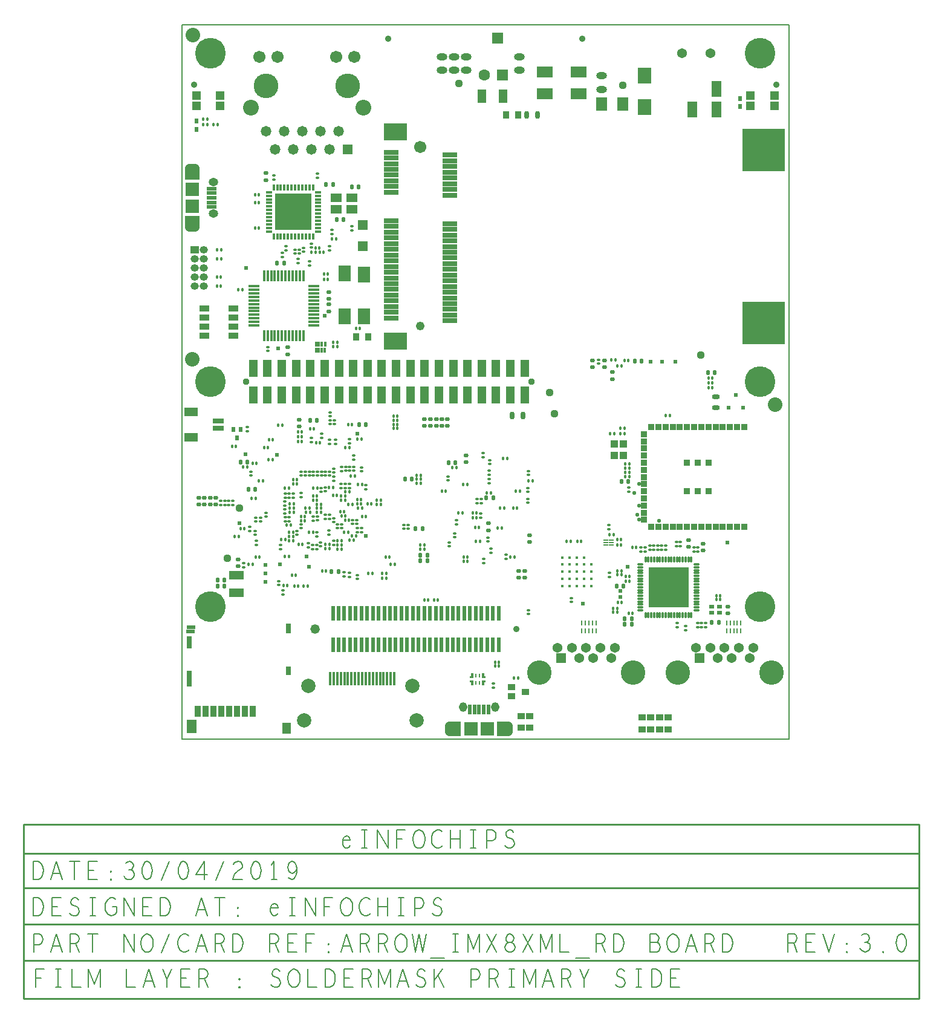
<source format=gbr>
G04 ================== begin FILE IDENTIFICATION RECORD ==================*
G04 Layout Name:  D:/ml/database/eI_Arrow_IMX8XML_RD_LAYOUT1.brd*
G04 Film Name:    smt.gbr*
G04 File Format:  Gerber RS274X*
G04 File Origin:  Cadence Allegro 17.2-S053*
G04 Origin Date:  Tue Jul 23 18:18:46 2019*
G04 *
G04 Layer:  VIA CLASS/SOLDERMASK_TOP*
G04 Layer:  DRAWING FORMAT/SMT*
G04 Layer:  DRAWING FORMAT/FILM_LABEL_OUTLINE*
G04 Layer:  PIN/SOLDERMASK_TOP*
G04 Layer:  PACKAGE GEOMETRY/SOLDERMASK_TOP*
G04 Layer:  BOARD GEOMETRY/SOLDERMASK_TOP*
G04 Layer:  BOARD GEOMETRY/OUTLINE*
G04 *
G04 Offset:    (0.00 0.00)*
G04 Mirror:    No*
G04 Mode:      Positive*
G04 Rotation:  0*
G04 FullContactRelief:  No*
G04 UndefLineWidth:     5.00*
G04 ================== end FILE IDENTIFICATION RECORD ====================*
%FSLAX25Y25*MOIN*%
%IR0*IPPOS*OFA0.00000B0.00000*MIA0B0*SFA1.00000B1.00000*%
%AMMACRO49*
4,1,6,-.01,-.014,
-.01,.014,
.01,.014,
.01,.002,
.002,.002,
.002,-.014,
-.01,-.014,
0.0*
%
%ADD49MACRO49*%
%ADD104C,.021*%
%ADD25R,.13X.095*%
%ADD23C,.024*%
%ADD93C,.052*%
%ADD99C,.08*%
%ADD97C,.017*%
%ADD29C,.044*%
%ADD17C,.035*%
%ADD94C,.036*%
%ADD22C,.063*%
%ADD20C,.054*%
%AMMACRO84*
4,1,23,-.0438,0.0,
-.0438,-.0138,
-.043395,-.01842,
-.042194,-.022899,
-.040233,-.027102,
-.037572,-.0309,
-.034292,-.034179,
-.030493,-.036838,
-.026289,-.038797,
-.021809,-.039997,
-.0172,-.0404,
.0438,-.0404,
.0438,.0404,
-.0172,.0404,
-.02182,.039995,
-.026299,.038794,
-.030502,.036833,
-.0343,.034172,
-.037579,.030892,
-.040238,.027093,
-.042197,.022889,
-.043397,.018409,
-.0438,.0138,
-.0438,0.0,
0.0*
%
%ADD84MACRO84*%
%ADD55C,.037*%
%AMMACRO89*
4,1,23,0.0,.0438,
-.0138,.0438,
-.01842,.043395,
-.022899,.042194,
-.027102,.040233,
-.0309,.037572,
-.034179,.034292,
-.036838,.030493,
-.038797,.026289,
-.039997,.021809,
-.0404,.0172,
-.0404,-.0438,
.0404,-.0438,
.0404,.0172,
.039995,.02182,
.038794,.026299,
.036833,.030502,
.034172,.0343,
.030892,.037579,
.027093,.040238,
.022889,.042197,
.018409,.043397,
.0138,.0438,
0.0,.0438,
0.0*
%
%ADD89MACRO89*%
%ADD27C,.048*%
%ADD52R,.033X.033*%
%ADD40C,.058*%
%ADD26C,.067*%
%ADD38C,.087*%
%ADD36R,.054X.054*%
%ADD21R,.063X.063*%
%ADD41R,.058X.058*%
%ADD101C,.0788*%
%AMMACRO50*
4,1,6,-.01,-.014,
-.01,.014,
.002,.014,
.002,-.002,
.01,-.002,
.01,-.014,
-.01,-.014,
0.0*
%
%ADD50MACRO50*%
%ADD35O,.011X.035*%
%ADD30R,.011X.031*%
%ADD65R,.013X.03*%
%ADD48R,.011X.023*%
%ADD34O,.035X.011*%
%ADD67R,.024X.03*%
%ADD75O,.027X.023*%
%ADD16O,.045X.041*%
%ADD74O,.023X.027*%
%ADD66R,.017X.03*%
%ADD53R,.04X.044*%
%ADD11R,.033X.015*%
%ADD98R,.029X.01*%
%ADD79O,.043X.027*%
%ADD71R,.042X.034*%
%ADD12R,.015X.033*%
%ADD80O,.018X.017*%
%ADD78O,.027X.043*%
%ADD70R,.034X.042*%
%ADD56R,.03X.055*%
%ADD15R,.045X.041*%
%ADD81O,.017X.018*%
%ADD92R,.023X.082*%
%ADD60R,.047X.022*%
%ADD43R,.054X.034*%
%ADD32R,.024X.028*%
%ADD96R,.054X.052*%
%ADD31R,.039X.032*%
%ADD14R,.016X.064*%
%ADD103R,.075X.051*%
%ADD95R,.06X.074*%
%ADD59R,.049X.022*%
%ADD37C,.135*%
%ADD18R,.09X.062*%
%ADD13R,.064X.016*%
%ADD102R,.063X.028*%
%AMMACRO90*
4,1,23,0.0,-.0438,
.0138,-.0438,
.01842,-.043395,
.022899,-.042194,
.027102,-.040233,
.0309,-.037572,
.034179,-.034292,
.036838,-.030493,
.038797,-.026289,
.039997,-.021809,
.0404,-.0172,
.0404,.0438,
-.0404,.0438,
-.0404,-.0172,
-.039995,-.02182,
-.038794,-.026299,
-.036833,-.030502,
-.034172,-.0343,
-.030892,-.037579,
-.027093,-.040238,
-.022889,-.042197,
-.018409,-.043397,
-.0138,-.0438,
0.0,-.0438,
0.0*
%
%ADD90MACRO90*%
%AMMACRO85*
4,1,23,.0438,0.0,
.0438,.0138,
.043395,.01842,
.042194,.022899,
.040233,.027102,
.037572,.0309,
.034292,.034179,
.030493,.036838,
.026289,.038797,
.021809,.039997,
.0172,.0404,
-.0438,.0404,
-.0438,-.0404,
.0172,-.0404,
.02182,-.039995,
.026299,-.038794,
.030502,-.036833,
.0343,-.034172,
.037579,-.030892,
.040238,-.027093,
.042197,-.022889,
.043397,-.018409,
.0438,-.0138,
.0438,0.0,
0.0*
%
%ADD85MACRO85*%
%ADD77R,.051X.075*%
%ADD76R,.038X.043*%
%ADD39C,.136*%
%ADD28R,.082X.027*%
%ADD62R,.03X.088*%
%ADD10R,.202X.202*%
%ADD88O,.05221X.04631*%
%ADD83O,.04631X.05221*%
%ADD73O,.059X.038*%
%ADD72R,.073X.085*%
%ADD69R,.071X.087*%
%ADD54R,.047X.092*%
%ADD42R,.049X.045*%
%ADD33R,.223X.223*%
%ADD24R,.232X.232*%
%ADD64R,.036X.059*%
%ADD68C,.169*%
%ADD63R,.057X.075*%
%ADD19R,.056X.087*%
%ADD46R,.079X.047*%
%ADD45R,.059X.049*%
%ADD61R,.03X.06699*%
%ADD100R,.01481X.0778*%
%ADD87R,.05615X.01875*%
%ADD82R,.01875X.05615*%
%ADD57R,.02762X.04928*%
%ADD58R,.04967X.06306*%
%ADD44R,.02859X.02465*%
%ADD91R,.0778X.07387*%
%ADD86R,.07387X.0778*%
%AMMACRO51*
4,1,6,-.01,-.014,
-.01,-.002,
-.002,-.002,
-.002,.014,
.01,.014,
.01,-.014,
-.01,-.014,
0.0*
%
%ADD51MACRO51*%
%AMMACRO47*
4,1,6,-.002,-.014,
-.002,.002,
-.01,.002,
-.01,.014,
.01,.014,
.01,-.014,
-.002,-.014,
0.0*
%
%ADD47MACRO47*%
%ADD105C,.01*%
%ADD106C,.005*%
G75*
%LPD*%
G75*
G54D100*
X85711Y-26352D03*
X67994D03*
X66026D03*
X64057D03*
X62089D03*
X60120D03*
X58152D03*
X56183D03*
X54215D03*
X52246D03*
X50278D03*
X83742D03*
X81774D03*
X79805D03*
X77837D03*
X75868D03*
X73900D03*
X71931D03*
X69963D03*
G54D101*
X95553Y-30289D03*
X38467D03*
X36104Y-49580D03*
X97916D03*
G54D102*
X-11267Y115516D03*
Y111516D03*
G54D10*
X30017Y230816D03*
G54D103*
X-26352Y120602D03*
Y106430D03*
G54D11*
X43558Y241643D03*
Y239674D03*
Y237706D03*
Y235737D03*
Y233769D03*
Y231800D03*
Y229832D03*
Y227863D03*
Y225895D03*
Y223926D03*
Y221958D03*
Y219989D03*
X16476D03*
Y221958D03*
Y223926D03*
Y225895D03*
Y227863D03*
Y229832D03*
Y231800D03*
Y233769D03*
Y235737D03*
Y237706D03*
Y239674D03*
Y241643D03*
G54D20*
X259893Y318251D03*
X244144D03*
X187484Y-15213D03*
X195358D03*
X205201D03*
X207169Y-9307D03*
X199295D03*
X191421D03*
X183547D03*
X175673D03*
X263830Y-15213D03*
X271704D03*
X281547D03*
X283515Y-9307D03*
X275641D03*
X267767D03*
X259893D03*
X252019D03*
G54D104*
X218100Y76000D03*
X219800Y63800D03*
X220600Y80756D03*
Y68945D03*
X231600Y60400D03*
X220500Y61100D03*
G54D105*
G01X-118821Y-106640D02*
Y-202840D01*
G01D02*
X356679D01*
G01X-118821Y-181840D02*
X374979D01*
G01X-118821Y-161840D02*
X374979D01*
G01X-118821Y-141840D02*
X374979D01*
G01X355879Y-202840D02*
X374979D01*
Y-106640D01*
X355579D01*
G01X-118821Y-122640D02*
X374979D01*
G01X-118821Y-106640D02*
X356679D01*
G54D12*
X40844Y217275D03*
X38875D03*
X36907D03*
X34938D03*
X32970D03*
X31001D03*
X29033D03*
X27064D03*
X25096D03*
X23127D03*
X21159D03*
X19190D03*
Y244357D03*
X21159D03*
X23127D03*
X25096D03*
X27064D03*
X29033D03*
X31001D03*
X32970D03*
X34938D03*
X36907D03*
X38875D03*
X40844D03*
G54D30*
X268880Y4183D03*
X270849D03*
X272817D03*
X274785D03*
X276754D03*
Y49D03*
X274785D03*
X272817D03*
X270849D03*
X268880D03*
X189080Y4183D03*
X191049D03*
X193017D03*
X194985D03*
X196954D03*
Y49D03*
X194985D03*
X193017D03*
X191049D03*
X189080D03*
G54D21*
X145316Y306383D03*
X142800Y326600D03*
G54D106*
G01X302700Y-177034D02*
Y-167034D01*
X305825D01*
X306825Y-167534D01*
X307450Y-168201D01*
X307700Y-169534D01*
X307450Y-170867D01*
X306700Y-171701D01*
X305825Y-172201D01*
X302700D01*
G01X305825D02*
X307700Y-177034D01*
G01X317700D02*
X312700D01*
Y-167034D01*
X317700D01*
G01X315700Y-171867D02*
X312700D01*
G01X322075Y-167034D02*
X325200Y-177034D01*
X328325Y-167034D01*
G01X335200Y-177367D02*
X334950Y-177201D01*
Y-176867D01*
X335200Y-176701D01*
X335450Y-176867D01*
Y-177201D01*
X335200Y-177367D01*
G01Y-172868D02*
X334950Y-172701D01*
Y-172367D01*
X335200Y-172201D01*
X335450Y-172367D01*
Y-172701D01*
X335200Y-172868D01*
G01X342450Y-175034D02*
X343200Y-176201D01*
X344200Y-176867D01*
X345325Y-177034D01*
X346325Y-176867D01*
X347325Y-176034D01*
X347950Y-175034D01*
X348075Y-174034D01*
X347825Y-172868D01*
X346950Y-172034D01*
X346075Y-171701D01*
X344950D01*
G01X346075D02*
X346825Y-171201D01*
X347450Y-170368D01*
X347700Y-169367D01*
X347450Y-168367D01*
X346825Y-167534D01*
X345700Y-167034D01*
X344575Y-167201D01*
X343450Y-167867D01*
G01X355200Y-177367D02*
X354950Y-177201D01*
Y-176867D01*
X355200Y-176701D01*
X355450Y-176867D01*
Y-177201D01*
X355200Y-177367D01*
G01X365200Y-167034D02*
X364200Y-167367D01*
X363450Y-168201D01*
X362950Y-169201D01*
X362575Y-170534D01*
X362450Y-172034D01*
X362575Y-173534D01*
X362950Y-174867D01*
X363450Y-175868D01*
X364200Y-176701D01*
X365200Y-177034D01*
X366200Y-176701D01*
X366950Y-175868D01*
X367450Y-174867D01*
X367825Y-173534D01*
X367950Y-172034D01*
X367825Y-170534D01*
X367450Y-169201D01*
X366950Y-168201D01*
X366200Y-167367D01*
X365200Y-167034D01*
G01X-113321Y-137140D02*
Y-127140D01*
X-110821D01*
X-109821Y-127640D01*
X-109071Y-128307D01*
X-108446Y-129307D01*
X-107946Y-130474D01*
X-107821Y-132140D01*
X-107946Y-133807D01*
X-108446Y-134973D01*
X-109071Y-135974D01*
X-109821Y-136640D01*
X-110821Y-137140D01*
X-113321D01*
G01X-103696D02*
X-100571Y-127140D01*
X-97446Y-137140D01*
G01X-98571Y-133640D02*
X-102571D01*
G01X-90571Y-127140D02*
Y-137140D01*
G01X-93446Y-127140D02*
X-87696D01*
G01X-78071Y-137140D02*
X-83071D01*
Y-127140D01*
X-78071D01*
G01X-80071Y-131973D02*
X-83071D01*
G01X-70571Y-137473D02*
X-70821Y-137307D01*
Y-136973D01*
X-70571Y-136807D01*
X-70321Y-136973D01*
Y-137307D01*
X-70571Y-137473D01*
G01Y-132974D02*
X-70821Y-132807D01*
Y-132473D01*
X-70571Y-132307D01*
X-70321Y-132473D01*
Y-132807D01*
X-70571Y-132974D01*
G01X-63321Y-135140D02*
X-62571Y-136307D01*
X-61571Y-136973D01*
X-60446Y-137140D01*
X-59446Y-136973D01*
X-58446Y-136140D01*
X-57821Y-135140D01*
X-57696Y-134140D01*
X-57946Y-132974D01*
X-58821Y-132140D01*
X-59696Y-131807D01*
X-60821D01*
G01X-59696D02*
X-58946Y-131307D01*
X-58321Y-130474D01*
X-58071Y-129473D01*
X-58321Y-128473D01*
X-58946Y-127640D01*
X-60071Y-127140D01*
X-61196Y-127307D01*
X-62321Y-127973D01*
G01X-50571Y-127140D02*
X-51571Y-127473D01*
X-52321Y-128307D01*
X-52821Y-129307D01*
X-53196Y-130640D01*
X-53321Y-132140D01*
X-53196Y-133640D01*
X-52821Y-134973D01*
X-52321Y-135974D01*
X-51571Y-136807D01*
X-50571Y-137140D01*
X-49571Y-136807D01*
X-48821Y-135974D01*
X-48321Y-134973D01*
X-47946Y-133640D01*
X-47821Y-132140D01*
X-47946Y-130640D01*
X-48321Y-129307D01*
X-48821Y-128307D01*
X-49571Y-127473D01*
X-50571Y-127140D01*
G01X-42821Y-137473D02*
X-38321Y-127140D01*
G01X-30571D02*
X-31571Y-127473D01*
X-32321Y-128307D01*
X-32821Y-129307D01*
X-33196Y-130640D01*
X-33321Y-132140D01*
X-33196Y-133640D01*
X-32821Y-134973D01*
X-32321Y-135974D01*
X-31571Y-136807D01*
X-30571Y-137140D01*
X-29571Y-136807D01*
X-28821Y-135974D01*
X-28321Y-134973D01*
X-27946Y-133640D01*
X-27821Y-132140D01*
X-27946Y-130640D01*
X-28321Y-129307D01*
X-28821Y-128307D01*
X-29571Y-127473D01*
X-30571Y-127140D01*
G01X-19071Y-137140D02*
Y-127140D01*
X-23696Y-134307D01*
X-17446D01*
G01X-12821Y-137473D02*
X-8321Y-127140D01*
G01X-2946Y-128807D02*
X-2196Y-127807D01*
X-1321Y-127307D01*
X-321Y-127140D01*
X929Y-127473D01*
X1804Y-128307D01*
X2054Y-129307D01*
X1929Y-130307D01*
X1429Y-131140D01*
X-1071Y-132807D01*
X-2196Y-133973D01*
X-2946Y-135640D01*
X-3196Y-137140D01*
X2054D01*
G01X9429Y-127140D02*
X8429Y-127473D01*
X7679Y-128307D01*
X7179Y-129307D01*
X6804Y-130640D01*
X6679Y-132140D01*
X6804Y-133640D01*
X7179Y-134973D01*
X7679Y-135974D01*
X8429Y-136807D01*
X9429Y-137140D01*
X10429Y-136807D01*
X11179Y-135974D01*
X11679Y-134973D01*
X12054Y-133640D01*
X12179Y-132140D01*
X12054Y-130640D01*
X11679Y-129307D01*
X11179Y-128307D01*
X10429Y-127473D01*
X9429Y-127140D01*
G01X19429Y-137140D02*
Y-127140D01*
X17929Y-129140D01*
G01Y-137140D02*
X20929D01*
G01X27304Y-135974D02*
X28179Y-136807D01*
X29179Y-137140D01*
X30179Y-136807D01*
X31054Y-135807D01*
X31679Y-134307D01*
X31929Y-132807D01*
Y-130973D01*
X31679Y-129473D01*
X31054Y-128140D01*
X30304Y-127473D01*
X29429Y-127140D01*
X28429Y-127473D01*
X27679Y-128140D01*
X27179Y-129140D01*
X26929Y-130474D01*
X27179Y-131640D01*
X27804Y-132807D01*
X28554Y-133474D01*
X29429Y-133640D01*
X30429Y-133307D01*
X31179Y-132473D01*
X31929Y-130973D01*
G01X-113321Y-157140D02*
Y-147140D01*
X-110821D01*
X-109821Y-147640D01*
X-109071Y-148307D01*
X-108446Y-149307D01*
X-107946Y-150474D01*
X-107821Y-152140D01*
X-107946Y-153807D01*
X-108446Y-154973D01*
X-109071Y-155974D01*
X-109821Y-156640D01*
X-110821Y-157140D01*
X-113321D01*
G01X-98071D02*
X-103071D01*
Y-147140D01*
X-98071D01*
G01X-100071Y-151973D02*
X-103071D01*
G01X-93196Y-155807D02*
X-92196Y-156640D01*
X-91071Y-157140D01*
X-90071D01*
X-89071Y-156640D01*
X-88321Y-155807D01*
X-87946Y-154640D01*
X-88196Y-153474D01*
X-88821Y-152473D01*
X-89946Y-151807D01*
X-91446Y-151473D01*
X-92321Y-150807D01*
X-92696Y-149640D01*
X-92446Y-148473D01*
X-91821Y-147640D01*
X-90946Y-147140D01*
X-90071D01*
X-89196Y-147473D01*
X-88446Y-148307D01*
G01X-82071Y-147140D02*
X-79071D01*
G01X-80571D02*
Y-157140D01*
G01X-82071D02*
X-79071D01*
G01X-69821Y-152140D02*
X-67321D01*
Y-155140D01*
X-68071Y-156140D01*
X-68946Y-156807D01*
X-70196Y-157140D01*
X-71446Y-156807D01*
X-72321Y-156140D01*
X-73071Y-155140D01*
X-73571Y-153973D01*
X-73821Y-152640D01*
Y-151473D01*
X-73571Y-150474D01*
X-73071Y-149307D01*
X-72321Y-148307D01*
X-71571Y-147640D01*
X-70571Y-147140D01*
X-69696D01*
X-68696Y-147473D01*
X-67946Y-148140D01*
G01X-63446Y-157140D02*
Y-147140D01*
X-57696Y-157140D01*
Y-147140D01*
G01X-48071Y-157140D02*
X-53071D01*
Y-147140D01*
X-48071D01*
G01X-50071Y-151973D02*
X-53071D01*
G01X-43321Y-157140D02*
Y-147140D01*
X-40821D01*
X-39821Y-147640D01*
X-39071Y-148307D01*
X-38446Y-149307D01*
X-37946Y-150474D01*
X-37821Y-152140D01*
X-37946Y-153807D01*
X-38446Y-154973D01*
X-39071Y-155974D01*
X-39821Y-156640D01*
X-40821Y-157140D01*
X-43321D01*
G01X-23696D02*
X-20571Y-147140D01*
X-17446Y-157140D01*
G01X-18571Y-153640D02*
X-22571D01*
G01X-10571Y-147140D02*
Y-157140D01*
G01X-13446Y-147140D02*
X-7696D01*
G01X-571Y-157473D02*
X-821Y-157307D01*
Y-156973D01*
X-571Y-156807D01*
X-321Y-156973D01*
Y-157307D01*
X-571Y-157473D01*
G01Y-152974D02*
X-821Y-152807D01*
Y-152473D01*
X-571Y-152307D01*
X-321Y-152473D01*
Y-152807D01*
X-571Y-152974D01*
G01X17554Y-152640D02*
X21554D01*
X21179Y-151473D01*
X20554Y-150807D01*
X19679Y-150474D01*
X18804Y-150640D01*
X18054Y-151140D01*
X17554Y-152307D01*
X17304Y-153307D01*
Y-154307D01*
X17554Y-155307D01*
X18179Y-156307D01*
X18929Y-156973D01*
X19804Y-157140D01*
X20679Y-156807D01*
X21554Y-155807D01*
G01X27929Y-147140D02*
X30929D01*
G01X29429D02*
Y-157140D01*
G01X27929D02*
X30929D01*
G01X36554D02*
Y-147140D01*
X42304Y-157140D01*
Y-147140D01*
G01X47054Y-157140D02*
Y-147140D01*
X51804D01*
G01X50054Y-151973D02*
X47054D01*
G01X59429Y-157140D02*
X58429Y-156973D01*
X57554Y-156307D01*
X56804Y-155307D01*
X56304Y-154140D01*
X56054Y-152807D01*
Y-151473D01*
X56304Y-150140D01*
X56804Y-148973D01*
X57554Y-147973D01*
X58429Y-147307D01*
X59429Y-147140D01*
X60429Y-147307D01*
X61304Y-147973D01*
X62054Y-148973D01*
X62554Y-150140D01*
X62804Y-151473D01*
Y-152807D01*
X62554Y-154140D01*
X62054Y-155307D01*
X61304Y-156307D01*
X60429Y-156973D01*
X59429Y-157140D01*
G01X72179Y-147973D02*
X71429Y-147473D01*
X70554Y-147140D01*
X69554D01*
X68429Y-147640D01*
X67554Y-148473D01*
X66929Y-149473D01*
X66429Y-151140D01*
X66304Y-152640D01*
X66554Y-154140D01*
X66929Y-155140D01*
X67679Y-156140D01*
X68554Y-156807D01*
X69429Y-157140D01*
X70304D01*
X71179Y-156807D01*
X71929Y-156307D01*
X72554Y-155640D01*
G01X76804Y-157140D02*
Y-147140D01*
G01X82054D02*
Y-157140D01*
G01Y-152140D02*
X76804D01*
G01X87929Y-147140D02*
X90929D01*
G01X89429D02*
Y-157140D01*
G01X87929D02*
X90929D01*
G01X96929D02*
Y-147140D01*
X99929D01*
X100929Y-147640D01*
X101679Y-148807D01*
X101929Y-150140D01*
X101679Y-151473D01*
X101054Y-152473D01*
X99929Y-152974D01*
X96929D01*
G01X106804Y-155807D02*
X107804Y-156640D01*
X108929Y-157140D01*
X109929D01*
X110929Y-156640D01*
X111679Y-155807D01*
X112054Y-154640D01*
X111804Y-153474D01*
X111179Y-152473D01*
X110054Y-151807D01*
X108554Y-151473D01*
X107679Y-150807D01*
X107304Y-149640D01*
X107554Y-148473D01*
X108179Y-147640D01*
X109054Y-147140D01*
X109929D01*
X110804Y-147473D01*
X111554Y-148307D01*
G01X-113071Y-177140D02*
Y-167140D01*
X-110071D01*
X-109071Y-167640D01*
X-108321Y-168807D01*
X-108071Y-170140D01*
X-108321Y-171473D01*
X-108946Y-172473D01*
X-110071Y-172974D01*
X-113071D01*
G01X-103696Y-177140D02*
X-100571Y-167140D01*
X-97446Y-177140D01*
G01X-98571Y-173640D02*
X-102571D01*
G01X-93071Y-177140D02*
Y-167140D01*
X-89946D01*
X-88946Y-167640D01*
X-88321Y-168307D01*
X-88071Y-169640D01*
X-88321Y-170973D01*
X-89071Y-171807D01*
X-89946Y-172307D01*
X-93071D01*
G01X-89946D02*
X-88071Y-177140D01*
G01X-80571Y-167140D02*
Y-177140D01*
G01X-83446Y-167140D02*
X-77696D01*
G01X-63446Y-177140D02*
Y-167140D01*
X-57696Y-177140D01*
Y-167140D01*
G01X-50571Y-177140D02*
X-51571Y-176973D01*
X-52446Y-176307D01*
X-53196Y-175307D01*
X-53696Y-174140D01*
X-53946Y-172807D01*
Y-171473D01*
X-53696Y-170140D01*
X-53196Y-168973D01*
X-52446Y-167973D01*
X-51571Y-167307D01*
X-50571Y-167140D01*
X-49571Y-167307D01*
X-48696Y-167973D01*
X-47946Y-168973D01*
X-47446Y-170140D01*
X-47196Y-171473D01*
Y-172807D01*
X-47446Y-174140D01*
X-47946Y-175307D01*
X-48696Y-176307D01*
X-49571Y-176973D01*
X-50571Y-177140D01*
G01X-42821Y-177473D02*
X-38321Y-167140D01*
G01X-27821Y-167973D02*
X-28571Y-167473D01*
X-29446Y-167140D01*
X-30446D01*
X-31571Y-167640D01*
X-32446Y-168473D01*
X-33071Y-169473D01*
X-33571Y-171140D01*
X-33696Y-172640D01*
X-33446Y-174140D01*
X-33071Y-175140D01*
X-32321Y-176140D01*
X-31446Y-176807D01*
X-30571Y-177140D01*
X-29696D01*
X-28821Y-176807D01*
X-28071Y-176307D01*
X-27446Y-175640D01*
G01X-23696Y-177140D02*
X-20571Y-167140D01*
X-17446Y-177140D01*
G01X-18571Y-173640D02*
X-22571D01*
G01X-13071Y-177140D02*
Y-167140D01*
X-9946D01*
X-8946Y-167640D01*
X-8321Y-168307D01*
X-8071Y-169640D01*
X-8321Y-170973D01*
X-9071Y-171807D01*
X-9946Y-172307D01*
X-13071D01*
G01X-9946D02*
X-8071Y-177140D01*
G01X-3321D02*
Y-167140D01*
X-821D01*
X179Y-167640D01*
X929Y-168307D01*
X1554Y-169307D01*
X2054Y-170474D01*
X2179Y-172140D01*
X2054Y-173807D01*
X1554Y-174973D01*
X929Y-175974D01*
X179Y-176640D01*
X-821Y-177140D01*
X-3321D01*
G01X16929D02*
Y-167140D01*
X20054D01*
X21054Y-167640D01*
X21679Y-168307D01*
X21929Y-169640D01*
X21679Y-170973D01*
X20929Y-171807D01*
X20054Y-172307D01*
X16929D01*
G01X20054D02*
X21929Y-177140D01*
G01X31929D02*
X26929D01*
Y-167140D01*
X31929D01*
G01X29929Y-171973D02*
X26929D01*
G01X37054Y-177140D02*
Y-167140D01*
X41804D01*
G01X40054Y-171973D02*
X37054D01*
G01X49429Y-177473D02*
X49179Y-177307D01*
Y-176973D01*
X49429Y-176807D01*
X49679Y-176973D01*
Y-177307D01*
X49429Y-177473D01*
G01Y-172974D02*
X49179Y-172807D01*
Y-172473D01*
X49429Y-172307D01*
X49679Y-172473D01*
Y-172807D01*
X49429Y-172974D01*
G01X56304Y-177140D02*
X59429Y-167140D01*
X62554Y-177140D01*
G01X61429Y-173640D02*
X57429D01*
G01X66929Y-177140D02*
Y-167140D01*
X70054D01*
X71054Y-167640D01*
X71679Y-168307D01*
X71929Y-169640D01*
X71679Y-170973D01*
X70929Y-171807D01*
X70054Y-172307D01*
X66929D01*
G01X70054D02*
X71929Y-177140D01*
G01X76929D02*
Y-167140D01*
X80054D01*
X81054Y-167640D01*
X81679Y-168307D01*
X81929Y-169640D01*
X81679Y-170973D01*
X80929Y-171807D01*
X80054Y-172307D01*
X76929D01*
G01X80054D02*
X81929Y-177140D01*
G01X89429D02*
X88429Y-176973D01*
X87554Y-176307D01*
X86804Y-175307D01*
X86304Y-174140D01*
X86054Y-172807D01*
Y-171473D01*
X86304Y-170140D01*
X86804Y-168973D01*
X87554Y-167973D01*
X88429Y-167307D01*
X89429Y-167140D01*
X90429Y-167307D01*
X91304Y-167973D01*
X92054Y-168973D01*
X92554Y-170140D01*
X92804Y-171473D01*
Y-172807D01*
X92554Y-174140D01*
X92054Y-175307D01*
X91304Y-176307D01*
X90429Y-176973D01*
X89429Y-177140D01*
G01X95679Y-167140D02*
X97429Y-177140D01*
X99429Y-167140D01*
X101429Y-177140D01*
X103179Y-167140D01*
G01X105679Y-180473D02*
X113179D01*
G01X117929Y-167140D02*
X120929D01*
G01X119429D02*
Y-177140D01*
G01X117929D02*
X120929D01*
G01X126179D02*
Y-167140D01*
X129429Y-175473D01*
X132679Y-167140D01*
Y-177140D01*
G01X136804D02*
X142054Y-167140D01*
G01X136804D02*
X142054Y-177140D01*
G01X149429D02*
X150304Y-176973D01*
X151304Y-176473D01*
X151929Y-175640D01*
X152179Y-174473D01*
X151929Y-173307D01*
X151179Y-172307D01*
X150054Y-171807D01*
X148804D01*
X148054Y-171473D01*
X147429Y-170640D01*
X147179Y-169473D01*
X147554Y-168307D01*
X148429Y-167473D01*
X149429Y-167140D01*
X150429Y-167473D01*
X151304Y-168307D01*
X151679Y-169473D01*
X151429Y-170640D01*
X150804Y-171473D01*
X150054Y-171807D01*
X148804D01*
X147679Y-172307D01*
X146929Y-173307D01*
X146679Y-174473D01*
X146929Y-175640D01*
X147554Y-176473D01*
X148554Y-176973D01*
X149429Y-177140D01*
G01X156804D02*
X162054Y-167140D01*
G01X156804D02*
X162054Y-177140D01*
G01X166179D02*
Y-167140D01*
X169429Y-175473D01*
X172679Y-167140D01*
Y-177140D01*
G01X176929Y-167140D02*
Y-177140D01*
X181929D01*
G01X185679Y-180473D02*
X193179D01*
G01X196929Y-177140D02*
Y-167140D01*
X200054D01*
X201054Y-167640D01*
X201679Y-168307D01*
X201929Y-169640D01*
X201679Y-170973D01*
X200929Y-171807D01*
X200054Y-172307D01*
X196929D01*
G01X200054D02*
X201929Y-177140D01*
G01X206679D02*
Y-167140D01*
X209179D01*
X210179Y-167640D01*
X210929Y-168307D01*
X211554Y-169307D01*
X212054Y-170474D01*
X212179Y-172140D01*
X212054Y-173807D01*
X211554Y-174973D01*
X210929Y-175974D01*
X210179Y-176640D01*
X209179Y-177140D01*
X206679D01*
G01X230429Y-171807D02*
X230929Y-171307D01*
X231304Y-170474D01*
X231554Y-169307D01*
X231304Y-168307D01*
X230804Y-167640D01*
X229929Y-167140D01*
X226554D01*
Y-177140D01*
X230679D01*
X231554Y-176473D01*
X232054Y-175473D01*
X232304Y-174307D01*
X232054Y-173140D01*
X231304Y-172140D01*
X230429Y-171807D01*
X226554D01*
G01X239429Y-177140D02*
X238429Y-176973D01*
X237554Y-176307D01*
X236804Y-175307D01*
X236304Y-174140D01*
X236054Y-172807D01*
Y-171473D01*
X236304Y-170140D01*
X236804Y-168973D01*
X237554Y-167973D01*
X238429Y-167307D01*
X239429Y-167140D01*
X240429Y-167307D01*
X241304Y-167973D01*
X242054Y-168973D01*
X242554Y-170140D01*
X242804Y-171473D01*
Y-172807D01*
X242554Y-174140D01*
X242054Y-175307D01*
X241304Y-176307D01*
X240429Y-176973D01*
X239429Y-177140D01*
G01X246304D02*
X249429Y-167140D01*
X252554Y-177140D01*
G01X251429Y-173640D02*
X247429D01*
G01X256929Y-177140D02*
Y-167140D01*
X260054D01*
X261054Y-167640D01*
X261679Y-168307D01*
X261929Y-169640D01*
X261679Y-170973D01*
X260929Y-171807D01*
X260054Y-172307D01*
X256929D01*
G01X260054D02*
X261929Y-177140D01*
G01X266679D02*
Y-167140D01*
X269179D01*
X270179Y-167640D01*
X270929Y-168307D01*
X271554Y-169307D01*
X272054Y-170474D01*
X272179Y-172140D01*
X272054Y-173807D01*
X271554Y-174973D01*
X270929Y-175974D01*
X270179Y-176640D01*
X269179Y-177140D01*
X266679D01*
G01X-111992Y-196450D02*
Y-186450D01*
X-107242D01*
G01X-108992Y-191283D02*
X-111992D01*
G01X-101117Y-186450D02*
X-98117D01*
G01X-99617D02*
Y-196450D01*
G01X-101117D02*
X-98117D01*
G01X-92117Y-186450D02*
Y-196450D01*
X-87117D01*
G01X-82867D02*
Y-186450D01*
X-79617Y-194783D01*
X-76367Y-186450D01*
Y-196450D01*
G01X-62117Y-186450D02*
Y-196450D01*
X-57117D01*
G01X-52742D02*
X-49617Y-186450D01*
X-46492Y-196450D01*
G01X-47617Y-192950D02*
X-51617D01*
G01X-39617Y-196450D02*
Y-191950D01*
X-42117Y-186450D01*
G01X-37117D02*
X-39617Y-191950D01*
G01X-27117Y-196450D02*
X-32117D01*
Y-186450D01*
X-27117D01*
G01X-29117Y-191283D02*
X-32117D01*
G01X-22117Y-196450D02*
Y-186450D01*
X-18992D01*
X-17992Y-186950D01*
X-17367Y-187617D01*
X-17117Y-188950D01*
X-17367Y-190283D01*
X-18117Y-191117D01*
X-18992Y-191617D01*
X-22117D01*
G01X-18992D02*
X-17117Y-196450D01*
G01X383Y-196783D02*
X133Y-196617D01*
Y-196283D01*
X383Y-196117D01*
X633Y-196283D01*
Y-196617D01*
X383Y-196783D01*
G01Y-192284D02*
X133Y-192117D01*
Y-191783D01*
X383Y-191617D01*
X633Y-191783D01*
Y-192117D01*
X383Y-192284D01*
G01X17758Y-195117D02*
X18758Y-195950D01*
X19883Y-196450D01*
X20883D01*
X21883Y-195950D01*
X22633Y-195117D01*
X23008Y-193950D01*
X22758Y-192784D01*
X22133Y-191783D01*
X21008Y-191117D01*
X19508Y-190783D01*
X18633Y-190117D01*
X18258Y-188950D01*
X18508Y-187783D01*
X19133Y-186950D01*
X20008Y-186450D01*
X20883D01*
X21758Y-186783D01*
X22508Y-187617D01*
G01X30383Y-196450D02*
X29383Y-196283D01*
X28508Y-195617D01*
X27758Y-194617D01*
X27258Y-193450D01*
X27008Y-192117D01*
Y-190783D01*
X27258Y-189450D01*
X27758Y-188283D01*
X28508Y-187283D01*
X29383Y-186617D01*
X30383Y-186450D01*
X31383Y-186617D01*
X32258Y-187283D01*
X33008Y-188283D01*
X33508Y-189450D01*
X33758Y-190783D01*
Y-192117D01*
X33508Y-193450D01*
X33008Y-194617D01*
X32258Y-195617D01*
X31383Y-196283D01*
X30383Y-196450D01*
G01X37883Y-186450D02*
Y-196450D01*
X42883D01*
G01X47633D02*
Y-186450D01*
X50133D01*
X51133Y-186950D01*
X51883Y-187617D01*
X52508Y-188617D01*
X53008Y-189784D01*
X53133Y-191450D01*
X53008Y-193117D01*
X52508Y-194283D01*
X51883Y-195284D01*
X51133Y-195950D01*
X50133Y-196450D01*
X47633D01*
G01X62883D02*
X57883D01*
Y-186450D01*
X62883D01*
G01X60883Y-191283D02*
X57883D01*
G01X67883Y-196450D02*
Y-186450D01*
X71008D01*
X72008Y-186950D01*
X72633Y-187617D01*
X72883Y-188950D01*
X72633Y-190283D01*
X71883Y-191117D01*
X71008Y-191617D01*
X67883D01*
G01X71008D02*
X72883Y-196450D01*
G01X77133D02*
Y-186450D01*
X80383Y-194783D01*
X83633Y-186450D01*
Y-196450D01*
G01X87258D02*
X90383Y-186450D01*
X93508Y-196450D01*
G01X92383Y-192950D02*
X88383D01*
G01X97758Y-195117D02*
X98758Y-195950D01*
X99883Y-196450D01*
X100883D01*
X101883Y-195950D01*
X102633Y-195117D01*
X103008Y-193950D01*
X102758Y-192784D01*
X102133Y-191783D01*
X101008Y-191117D01*
X99508Y-190783D01*
X98633Y-190117D01*
X98258Y-188950D01*
X98508Y-187783D01*
X99133Y-186950D01*
X100008Y-186450D01*
X100883D01*
X101758Y-186783D01*
X102508Y-187617D01*
G01X107633Y-196450D02*
Y-186450D01*
G01X112383D02*
X107633Y-192617D01*
G01X113133Y-196450D02*
X109758Y-189784D01*
G01X127883Y-196450D02*
Y-186450D01*
X130883D01*
X131883Y-186950D01*
X132633Y-188117D01*
X132883Y-189450D01*
X132633Y-190783D01*
X132008Y-191783D01*
X130883Y-192284D01*
X127883D01*
G01X137883Y-196450D02*
Y-186450D01*
X141008D01*
X142008Y-186950D01*
X142633Y-187617D01*
X142883Y-188950D01*
X142633Y-190283D01*
X141883Y-191117D01*
X141008Y-191617D01*
X137883D01*
G01X141008D02*
X142883Y-196450D01*
G01X148883Y-186450D02*
X151883D01*
G01X150383D02*
Y-196450D01*
G01X148883D02*
X151883D01*
G01X157133D02*
Y-186450D01*
X160383Y-194783D01*
X163633Y-186450D01*
Y-196450D01*
G01X167258D02*
X170383Y-186450D01*
X173508Y-196450D01*
G01X172383Y-192950D02*
X168383D01*
G01X177883Y-196450D02*
Y-186450D01*
X181008D01*
X182008Y-186950D01*
X182633Y-187617D01*
X182883Y-188950D01*
X182633Y-190283D01*
X181883Y-191117D01*
X181008Y-191617D01*
X177883D01*
G01X181008D02*
X182883Y-196450D01*
G01X190383D02*
Y-191950D01*
X187883Y-186450D01*
G01X192883D02*
X190383Y-191950D01*
G01X207758Y-195117D02*
X208758Y-195950D01*
X209883Y-196450D01*
X210883D01*
X211883Y-195950D01*
X212633Y-195117D01*
X213008Y-193950D01*
X212758Y-192784D01*
X212133Y-191783D01*
X211008Y-191117D01*
X209508Y-190783D01*
X208633Y-190117D01*
X208258Y-188950D01*
X208508Y-187783D01*
X209133Y-186950D01*
X210008Y-186450D01*
X210883D01*
X211758Y-186783D01*
X212508Y-187617D01*
G01X218883Y-186450D02*
X221883D01*
G01X220383D02*
Y-196450D01*
G01X218883D02*
X221883D01*
G01X227633D02*
Y-186450D01*
X230133D01*
X231133Y-186950D01*
X231883Y-187617D01*
X232508Y-188617D01*
X233008Y-189784D01*
X233133Y-191450D01*
X233008Y-193117D01*
X232508Y-194283D01*
X231883Y-195284D01*
X231133Y-195950D01*
X230133Y-196450D01*
X227633D01*
G01X242883D02*
X237883D01*
Y-186450D01*
X242883D01*
G01X240883Y-191283D02*
X237883D01*
G01X57425Y-115300D02*
X61425D01*
X61050Y-114133D01*
X60425Y-113467D01*
X59550Y-113134D01*
X58675Y-113300D01*
X57925Y-113800D01*
X57425Y-114967D01*
X57175Y-115967D01*
Y-116967D01*
X57425Y-117967D01*
X58050Y-118967D01*
X58800Y-119633D01*
X59675Y-119800D01*
X60550Y-119467D01*
X61425Y-118467D01*
G01X67800Y-109800D02*
X70800D01*
G01X69300D02*
Y-119800D01*
G01X67800D02*
X70800D01*
G01X76425D02*
Y-109800D01*
X82175Y-119800D01*
Y-109800D01*
G01X86925Y-119800D02*
Y-109800D01*
X91675D01*
G01X89925Y-114633D02*
X86925D01*
G01X99300Y-119800D02*
X98300Y-119633D01*
X97425Y-118967D01*
X96675Y-117967D01*
X96175Y-116800D01*
X95925Y-115467D01*
Y-114133D01*
X96175Y-112800D01*
X96675Y-111633D01*
X97425Y-110633D01*
X98300Y-109967D01*
X99300Y-109800D01*
X100300Y-109967D01*
X101175Y-110633D01*
X101925Y-111633D01*
X102425Y-112800D01*
X102675Y-114133D01*
Y-115467D01*
X102425Y-116800D01*
X101925Y-117967D01*
X101175Y-118967D01*
X100300Y-119633D01*
X99300Y-119800D01*
G01X112050Y-110633D02*
X111300Y-110133D01*
X110425Y-109800D01*
X109425D01*
X108300Y-110300D01*
X107425Y-111133D01*
X106800Y-112133D01*
X106300Y-113800D01*
X106175Y-115300D01*
X106425Y-116800D01*
X106800Y-117800D01*
X107550Y-118800D01*
X108425Y-119467D01*
X109300Y-119800D01*
X110175D01*
X111050Y-119467D01*
X111800Y-118967D01*
X112425Y-118300D01*
G01X116675Y-119800D02*
Y-109800D01*
G01X121925D02*
Y-119800D01*
G01Y-114800D02*
X116675D01*
G01X127800Y-109800D02*
X130800D01*
G01X129300D02*
Y-119800D01*
G01X127800D02*
X130800D01*
G01X136800D02*
Y-109800D01*
X139800D01*
X140800Y-110300D01*
X141550Y-111467D01*
X141800Y-112800D01*
X141550Y-114133D01*
X140925Y-115133D01*
X139800Y-115634D01*
X136800D01*
G01X146675Y-118467D02*
X147675Y-119300D01*
X148800Y-119800D01*
X149800D01*
X150800Y-119300D01*
X151550Y-118467D01*
X151925Y-117300D01*
X151675Y-116134D01*
X151050Y-115133D01*
X149925Y-114467D01*
X148425Y-114133D01*
X147550Y-113467D01*
X147175Y-112300D01*
X147425Y-111133D01*
X148050Y-110300D01*
X148925Y-109800D01*
X149800D01*
X150675Y-110133D01*
X151425Y-110967D01*
G01X-31446Y-59701D02*
Y334000D01*
X303200D01*
Y-59701D01*
X-31446D01*
G54D13*
X41267Y189851D03*
Y187881D03*
Y185911D03*
Y183941D03*
Y181971D03*
Y180001D03*
Y178031D03*
Y176061D03*
Y174091D03*
Y172121D03*
Y170151D03*
Y168181D03*
X8167D03*
Y170151D03*
Y172121D03*
Y174091D03*
Y176061D03*
Y178031D03*
Y180001D03*
Y181971D03*
Y183941D03*
Y185911D03*
Y187881D03*
Y189851D03*
G54D31*
X150360Y-31141D03*
Y-36259D03*
X157840Y-33700D03*
G54D40*
X15099Y275181D03*
X25099D03*
X35099D03*
X45099D03*
X55099D03*
X20099Y265181D03*
X30099D03*
X40099D03*
X50099D03*
G54D22*
X135316Y306383D03*
G54D14*
X35552Y162466D03*
X33582D03*
X31612D03*
X29642D03*
X27672D03*
X25702D03*
X23732D03*
X21762D03*
X19792D03*
X17822D03*
X15852D03*
X13882D03*
Y195566D03*
X15852D03*
X17822D03*
X19792D03*
X21762D03*
X23732D03*
X25702D03*
X27672D03*
X29642D03*
X31612D03*
X33582D03*
X35552D03*
G54D32*
X-23417Y280720D03*
Y276312D03*
X276200Y293304D03*
Y288896D03*
G54D50*
X134931Y-24716D03*
G54D41*
X60099Y265181D03*
G54D23*
X214217Y35216D03*
X65317Y108716D03*
X47217Y173616D03*
X69917Y52216D03*
X21717Y155616D03*
X4017Y200016D03*
X20817Y96816D03*
X189580Y14890D03*
X14500Y31600D03*
Y36336D03*
X38700Y35100D03*
X22800Y36500D03*
X14500Y26800D03*
X37300Y40800D03*
X269900Y122800D03*
X468Y59233D03*
X3600Y97300D03*
X273900Y129800D03*
X277900Y122800D03*
X269368Y48533D03*
X210300Y18600D03*
Y21900D03*
X233400Y148100D03*
X240500D03*
X226900D03*
G54D51*
X128263Y-24716D03*
G54D24*
X289190Y169578D03*
Y264854D03*
G54D33*
X236817Y23916D03*
G54D42*
X-10283Y289166D03*
X-23483D03*
X-10283Y294866D03*
X-23483D03*
X282017D03*
X295217D03*
X282017Y289166D03*
X295217D03*
G54D60*
X-26623Y-614D03*
G54D15*
X-24386Y210033D03*
G54D61*
X-27508Y-6540D03*
G54D43*
X-3012Y162716D03*
Y167716D03*
Y172716D03*
Y177716D03*
X-19154D03*
Y172716D03*
Y167716D03*
Y162716D03*
G54D70*
X71240Y161884D03*
X64794D03*
G54D16*
X-24386Y205033D03*
Y200033D03*
Y195033D03*
Y190033D03*
X-19386Y210033D03*
Y205033D03*
Y200033D03*
Y195033D03*
Y190033D03*
G54D34*
X252265Y36514D03*
Y34940D03*
Y33365D03*
Y31790D03*
Y30215D03*
Y28640D03*
Y27066D03*
Y25491D03*
Y23916D03*
Y22341D03*
Y20766D03*
Y19192D03*
Y17617D03*
Y16042D03*
Y14467D03*
Y12892D03*
Y11318D03*
X221269D03*
Y12892D03*
Y14467D03*
Y16042D03*
Y17617D03*
Y19192D03*
Y20766D03*
Y22341D03*
Y23916D03*
Y25491D03*
Y27066D03*
Y28640D03*
Y30215D03*
Y31790D03*
Y33365D03*
Y34940D03*
Y36514D03*
G54D52*
X258894Y76818D03*
X252989D03*
X247084D03*
Y92618D03*
X252989D03*
X258894D03*
X278564Y57134D03*
X274627D03*
X270690D03*
X266753D03*
X262816D03*
X258879D03*
X254942D03*
X251005D03*
X247068D03*
X243131D03*
X239194D03*
X235257D03*
X231320D03*
X227383D03*
X223446Y61071D03*
Y65008D03*
Y68945D03*
Y72882D03*
Y76819D03*
Y80756D03*
Y84693D03*
Y88630D03*
Y92566D03*
Y96503D03*
Y100440D03*
Y104377D03*
Y108314D03*
X227383Y112251D03*
X231320D03*
X235257D03*
X239194D03*
X243131D03*
X247068D03*
X251005D03*
X254942D03*
X258879D03*
X262816D03*
X266753D03*
X270690D03*
X274627D03*
X278564D03*
G54D25*
X86237Y274893D03*
Y159539D03*
G54D44*
X265095Y10025D03*
X260739D03*
X265095Y13207D03*
X260739Y13206D03*
G54D62*
X-27508Y-26540D03*
G54D80*
X241200Y46598D03*
Y48802D03*
X243400Y46598D03*
Y48802D03*
X36617Y87618D03*
Y85414D03*
X38817Y87618D03*
Y85414D03*
X43217Y251918D03*
Y249714D03*
X19217Y250918D03*
Y248714D03*
X15817Y154114D03*
Y156318D03*
X32617Y204818D03*
Y202614D03*
X137817Y88218D03*
Y86014D03*
X159317Y76414D03*
Y78618D03*
X134817Y39418D03*
Y37214D03*
X159617Y88018D03*
Y85814D03*
X159217Y70414D03*
Y72618D03*
X116017Y46414D03*
Y48618D03*
X138317Y91814D03*
Y94018D03*
X137817Y81314D03*
Y83518D03*
X40617Y45014D03*
Y47218D03*
X42817Y45014D03*
Y47218D03*
X58817Y88114D03*
Y90318D03*
X52217Y87114D03*
Y89318D03*
Y84918D03*
Y82714D03*
X50017Y87618D03*
Y85414D03*
X27717Y75518D03*
Y73314D03*
X32017Y55018D03*
Y52814D03*
X115317Y82814D03*
Y85018D03*
X47617Y76814D03*
Y79018D03*
X50217Y120318D03*
Y118114D03*
X34317Y58618D03*
Y56414D03*
X25417Y64614D03*
Y66818D03*
Y71118D03*
Y68914D03*
X137417Y49114D03*
Y51318D03*
X43117Y51914D03*
Y54118D03*
X27717Y60314D03*
Y62518D03*
X67617Y56518D03*
Y54314D03*
X58717Y78514D03*
Y80718D03*
X34317Y87618D03*
Y85414D03*
X63417Y88114D03*
Y90318D03*
X43317Y85414D03*
Y87618D03*
X41117Y85414D03*
Y87618D03*
X45517Y85414D03*
Y87618D03*
X38417Y45914D03*
Y48118D03*
X25517Y73314D03*
Y75518D03*
X139017Y42914D03*
Y45118D03*
X120117Y58614D03*
Y60818D03*
X65017Y61018D03*
Y58814D03*
X52417Y49418D03*
Y47214D03*
X29917Y73314D03*
Y75518D03*
X47617Y63718D03*
Y61514D03*
X-3283Y71518D03*
Y69314D03*
X-7783Y71518D03*
Y69314D03*
X-5583Y71518D03*
Y69314D03*
X56517Y87914D03*
Y90118D03*
X61117Y88114D03*
Y90318D03*
X47717Y87618D03*
Y85414D03*
X2583Y37086D03*
Y34882D03*
X61117Y78514D03*
Y80718D03*
X41117Y62918D03*
Y60714D03*
X56517Y56414D03*
Y58618D03*
X49917Y63718D03*
Y61514D03*
X45417Y76414D03*
Y78618D03*
X34217Y73514D03*
Y75718D03*
X43317Y63018D03*
Y60814D03*
X54317Y56414D03*
Y58618D03*
X52217Y62018D03*
Y59814D03*
X49617Y55118D03*
Y52914D03*
X62717Y61018D03*
Y58814D03*
X-9983Y71518D03*
Y69314D03*
X134717Y97718D03*
Y95514D03*
X147417Y41818D03*
Y39614D03*
X69917Y80218D03*
Y78014D03*
X233117Y46818D03*
Y44614D03*
X93417Y58318D03*
Y56114D03*
X91117Y58318D03*
Y56114D03*
X65417Y54314D03*
Y56518D03*
X252917Y1914D03*
Y4118D03*
X253117Y45818D03*
Y43614D03*
X235317Y46818D03*
Y44614D03*
X228717Y46818D03*
Y44614D03*
X230917Y46818D03*
Y44614D03*
X226517Y46818D03*
Y44614D03*
X255117Y1914D03*
Y4118D03*
X241517Y1914D03*
Y4118D03*
X246217Y214D03*
Y2418D03*
X56417Y78614D03*
Y80818D03*
X257317Y1914D03*
Y4118D03*
X250817Y45818D03*
Y43614D03*
X25517Y62518D03*
Y60314D03*
X45017Y46414D03*
Y48618D03*
X198300Y147098D03*
Y149302D03*
X53300Y105218D03*
Y103014D03*
X35500Y211002D03*
Y208798D03*
X4600Y112102D03*
Y109898D03*
X23117Y47118D03*
Y44914D03*
X215100Y78802D03*
Y76598D03*
X67617Y90018D03*
Y87814D03*
X6084Y57219D03*
Y55015D03*
X51284Y218515D03*
Y220719D03*
X63217Y94214D03*
Y96418D03*
X61017Y105518D03*
Y103314D03*
X52517Y116018D03*
Y113814D03*
X62317Y222918D03*
Y220714D03*
X21917Y27318D03*
Y25114D03*
X159583Y9136D03*
Y11340D03*
X50117Y209714D03*
Y211918D03*
X9200Y62302D03*
Y60098D03*
X12100Y62302D03*
Y60098D03*
X9500Y47298D03*
Y49502D03*
X15000Y62798D03*
Y65002D03*
X33317Y210018D03*
Y207814D03*
X31117Y210018D03*
Y207814D03*
X26017Y211718D03*
Y209514D03*
X23817Y208218D03*
Y206014D03*
X133417Y64418D03*
Y62214D03*
X131217Y70214D03*
Y72418D03*
X133517Y70214D03*
Y72418D03*
X38917Y201214D03*
Y203418D03*
X221617Y43714D03*
Y45918D03*
X223917Y43714D03*
Y45918D03*
X50217Y116018D03*
Y113814D03*
X119117Y51414D03*
Y53618D03*
X24300Y22202D03*
Y19998D03*
X9084Y52815D03*
Y55019D03*
X40017Y106118D03*
Y103914D03*
X49817Y105218D03*
Y103014D03*
X39817Y213318D03*
Y211114D03*
X45617Y108518D03*
Y106314D03*
X140300Y-29198D03*
Y-31402D03*
X183200Y15782D03*
Y17986D03*
X204316Y29582D03*
Y31786D03*
X204100Y55998D03*
Y58202D03*
X6800Y85498D03*
Y87702D03*
X58000Y29998D03*
Y32202D03*
X61100Y29598D03*
Y31802D03*
X65300Y28498D03*
Y30702D03*
G54D71*
X231917Y-47861D03*
Y-54307D03*
X160417Y-46961D03*
Y-53407D03*
X155617Y-46961D03*
Y-53407D03*
X236717Y-47861D03*
Y-54307D03*
X222317Y-47861D03*
Y-54307D03*
X227117Y-47861D03*
Y-54307D03*
G54D53*
X211817Y103016D03*
Y96616D03*
X207017D03*
Y103016D03*
G54D35*
X249415Y8468D03*
X247841D03*
X246266D03*
X244691D03*
X243116D03*
X241541D03*
X239967D03*
X238392D03*
X236817D03*
X235242D03*
X233667D03*
X232093D03*
X230518D03*
X228943D03*
X227368D03*
X225793D03*
X224219D03*
Y39364D03*
X225793D03*
X227368D03*
X228943D03*
X230518D03*
X232093D03*
X233667D03*
X235242D03*
X236817D03*
X238392D03*
X239967D03*
X241541D03*
X243116D03*
X244691D03*
X246266D03*
X247841D03*
X249415D03*
G54D26*
X100017Y266429D03*
X11359Y316165D03*
X63760D03*
X21418D03*
X53741D03*
G54D17*
X189267Y326300D03*
X-24733Y300916D03*
X82267Y326300D03*
X296267Y300916D03*
G54D45*
X62348Y238466D03*
X53686D03*
X62348Y232166D03*
X53686D03*
G54D63*
X-26130Y-52642D03*
G54D54*
X7925Y129768D03*
X15799D03*
X23673D03*
X31547D03*
X39421D03*
X47295D03*
X55169D03*
X63043D03*
X70917D03*
X78791D03*
X86665D03*
X94539D03*
X102413D03*
X110287D03*
X118161D03*
X126035D03*
X133909D03*
X141783D03*
X149657D03*
X157531D03*
X7925Y144532D03*
X15799D03*
X23673D03*
X31547D03*
X39421D03*
X47295D03*
X55169D03*
X63043D03*
X70917D03*
X78791D03*
X86665D03*
X94539D03*
X102413D03*
X110287D03*
X118161D03*
X126035D03*
X133909D03*
X141783D03*
X149657D03*
X157531D03*
G54D72*
X223616Y305879D03*
Y288679D03*
G54D90*
X-25722Y224209D03*
G54D18*
X187169Y307822D03*
Y296010D03*
X168665D03*
Y307822D03*
G54D81*
X204698Y108400D03*
X206902D03*
X-17414Y281783D03*
X-19618D03*
X8815Y240316D03*
X11019D03*
X8915Y221916D03*
X11119D03*
X8915Y235916D03*
X11119D03*
X49019Y193416D03*
X46815D03*
X-285Y187916D03*
X1919D03*
X54319Y158916D03*
X52115D03*
X54319Y156616D03*
X52115D03*
X87419Y118116D03*
X85215D03*
X87419Y111416D03*
X85215D03*
X121115Y65016D03*
X123319D03*
X36419Y60716D03*
X34215D03*
X126119Y40416D03*
X123915D03*
X146319Y67516D03*
X144115D03*
X145715Y95016D03*
X147919D03*
X56519Y49416D03*
X54315D03*
X56519Y47216D03*
X54315D03*
X51919Y79016D03*
X49715D03*
X261102Y136600D03*
X258898D03*
X159715Y82516D03*
X161919D03*
X130215Y57016D03*
X132419D03*
X144919Y56616D03*
X142715D03*
X29819Y54116D03*
X27615D03*
X100319Y81116D03*
X98115D03*
X261102Y133900D03*
X258898D03*
X213115Y87216D03*
X215319D03*
X213115Y89416D03*
X215319D03*
X6998Y72800D03*
X9202D03*
X128915Y64916D03*
X131119D03*
X28015Y69816D03*
X30219D03*
X123615Y80516D03*
X125819D03*
X47614Y47583D03*
X49818D03*
X29819Y51916D03*
X27615D03*
X60182Y113617D03*
X62386D03*
X100319Y85616D03*
X98115D03*
X41115Y78716D03*
X43319D03*
X27619D03*
X25415D03*
X29915Y80816D03*
X32119D03*
X47614Y45083D03*
X49818D03*
X28015Y67516D03*
X30219D03*
X100319Y83416D03*
X98115D03*
X36419Y62916D03*
X34215D03*
X87419Y115916D03*
X85215D03*
X73119Y69816D03*
X70915D03*
X151215Y67716D03*
X153419D03*
X151919Y40616D03*
X149715D03*
X65615Y67716D03*
X67819D03*
X62415Y52216D03*
X64619D03*
X35119Y47416D03*
X32915D03*
X32119Y83116D03*
X29915D03*
X62519Y69516D03*
X60315D03*
X102319Y44816D03*
X100115D03*
X30219Y65316D03*
X28015D03*
X60719Y61016D03*
X58515D03*
X87419Y113716D03*
X85215D03*
X130615Y49216D03*
X132819D03*
X36615Y67416D03*
X38819D03*
X2415Y90116D03*
X4619D03*
X261102Y139300D03*
X258898D03*
X213115Y85016D03*
X215319D03*
X45914Y32883D03*
X48118D03*
X37115Y65116D03*
X39319D03*
X27615Y49716D03*
X29819D03*
X56415Y74116D03*
X58619D03*
X54019Y74716D03*
X51815D03*
X40919Y54216D03*
X38715D03*
X43119Y74116D03*
X40915D03*
X56415Y71916D03*
X58619D03*
X55915Y65516D03*
X58119D03*
X56515Y63316D03*
X58719D03*
X58715Y76416D03*
X60919D03*
X43015Y69716D03*
X45219D03*
X43119Y71916D03*
X40915D03*
X58115Y54216D03*
X60319D03*
X45219Y65216D03*
X43015D03*
X102319Y47316D03*
X100115D03*
X67419Y72116D03*
X65215D03*
X119819Y89916D03*
X117615D03*
X136715Y76016D03*
X138919D03*
X123915Y38216D03*
X126119D03*
X63919Y85316D03*
X61715D03*
X67419Y69916D03*
X65215D03*
X67819Y80716D03*
X65615D03*
X70119Y63016D03*
X67915D03*
X78319Y72016D03*
X76115D03*
X45219Y67416D03*
X43015D03*
X78219Y69716D03*
X76015D03*
X214815Y9516D03*
X217019D03*
X56519Y45016D03*
X54315D03*
X63219Y49816D03*
X61015D03*
X216915Y45916D03*
X219119D03*
X212498Y148800D03*
X214702D03*
X207502Y149100D03*
X205298D03*
X210902Y145800D03*
X208698D03*
X210702Y50200D03*
X208498D03*
X42214Y211000D03*
X44418D03*
X16598Y105300D03*
X18802D03*
X208615Y33016D03*
X210819D03*
X208615Y30816D03*
X210819D03*
X-1598Y101500D03*
X-3802D03*
X7618Y36583D03*
X5414D03*
X25632Y50260D03*
X23428D03*
X212602Y111600D03*
X210398D03*
X212602Y108400D03*
X210398D03*
X215319Y92016D03*
X213115D03*
X235348Y118490D03*
X237552D03*
X206315Y10116D03*
X208519D03*
X206315Y12316D03*
X208519D03*
X18602Y94100D03*
X16398D03*
X64482Y166583D03*
X66686D03*
X60819Y100816D03*
X58615D03*
X46815Y196616D03*
X49019D03*
X-11681Y278984D03*
X-13885D03*
X53586Y215917D03*
X51382D03*
X28619Y58216D03*
X26415D03*
X26802Y24900D03*
X24598D03*
X30598Y24700D03*
X32802D03*
X154819Y76916D03*
X152615D03*
X-12085Y195016D03*
X-9881D03*
X-12085Y190016D03*
X-9881D03*
X42218Y208583D03*
X40014D03*
X211019Y15516D03*
X208815D03*
X-9781Y205016D03*
X-11985D03*
X131019Y62316D03*
X128815D03*
X815Y56316D03*
X3019D03*
X-11985Y210016D03*
X-9781D03*
X9215Y40616D03*
X11419D03*
X213215Y27116D03*
X215419D03*
X213215Y29816D03*
X215419D03*
X67518Y105483D03*
X65314D03*
X-17414Y278983D03*
X-19618D03*
X263215Y17116D03*
X265419D03*
X263215Y19316D03*
X265419D03*
X141215Y-17384D03*
X143419D03*
X107498Y17000D03*
X109702D03*
X102198Y16900D03*
X104402D03*
X111915Y76816D03*
X114119D03*
X151798Y-26000D03*
X154002D03*
X35798Y24700D03*
X38002D03*
X141215Y-19584D03*
X143419D03*
X32498Y106800D03*
X34702D03*
X31419Y30416D03*
X29215D03*
X21778Y113270D03*
X23982D03*
X10998Y82600D03*
X13202D03*
X46786Y208583D03*
X44582D03*
X34702Y104200D03*
X32498D03*
X180798Y49300D03*
X183002D03*
X204298Y52800D03*
X206502D03*
X208498Y47200D03*
X210702D03*
X188742Y49310D03*
X186538D03*
X2Y51800D03*
X-2202D03*
X9702Y92200D03*
X7498D03*
X13898Y101000D03*
X16102D03*
X34702Y109400D03*
X32498D03*
X41402Y111200D03*
X39198D03*
X25398Y40760D03*
X27602D03*
X73602Y31700D03*
X71398D03*
X81172Y31440D03*
X78968D03*
X85902Y36700D03*
X83698D03*
X83102Y40400D03*
X80898D03*
X81202Y28770D03*
X78998D03*
X42482Y103517D03*
X44686D03*
G54D36*
X177641Y-15213D03*
X253987D03*
G54D27*
X100017Y168003D03*
G54D91*
X-25722Y243057D03*
Y234002D03*
G54D82*
X127292Y-43422D03*
X129851D03*
X132410D03*
X134969D03*
X137528D03*
G54D46*
X-1282Y20862D03*
Y30704D03*
G54D19*
X250050Y287149D03*
X263436D03*
Y298566D03*
G54D64*
X7590Y-44571D03*
X3259D03*
X-1071D03*
X-5402D03*
X-9733D03*
X-14064D03*
X-18394D03*
X-22725D03*
G54D73*
X112067Y308776D03*
Y316256D03*
X118767Y308776D03*
Y316256D03*
X154767Y308776D03*
Y316256D03*
X125467Y308776D03*
Y316256D03*
X199967Y298276D03*
Y305756D03*
G54D28*
X83875Y263673D03*
Y260523D03*
Y257373D03*
Y254224D03*
Y251074D03*
Y247925D03*
Y244775D03*
Y241625D03*
Y225877D03*
Y222728D03*
Y219578D03*
Y216429D03*
Y213279D03*
Y210129D03*
Y206980D03*
Y203830D03*
Y200681D03*
Y197531D03*
Y194381D03*
Y191232D03*
Y188082D03*
Y184933D03*
Y181783D03*
Y178633D03*
Y175484D03*
Y172334D03*
X116159Y262098D03*
Y258948D03*
Y255799D03*
Y252649D03*
Y249499D03*
Y246350D03*
Y243200D03*
Y240051D03*
Y224303D03*
Y221153D03*
Y218003D03*
Y214854D03*
Y211704D03*
Y208555D03*
Y205405D03*
Y202255D03*
Y199106D03*
Y195956D03*
Y192807D03*
Y189657D03*
Y186507D03*
Y183358D03*
Y180208D03*
Y177059D03*
Y173909D03*
Y170759D03*
G54D37*
X165555Y-23087D03*
X217287D03*
X241901D03*
X293633D03*
G54D55*
X3988Y137150D03*
X161468D03*
G54D47*
X128263Y-28652D03*
G54D83*
X123650Y-42142D03*
X141170D03*
G54D92*
X51822Y-7657D03*
X54971D03*
X58121D03*
X61271D03*
X64420D03*
X67570D03*
X70719D03*
X73869D03*
X77019D03*
X80168D03*
X83318D03*
X86467D03*
X89617D03*
X92767D03*
X95916D03*
X99066D03*
X102215D03*
X105365D03*
X108515D03*
X111664D03*
X114814D03*
X117963D03*
X121113D03*
X124263D03*
X127412D03*
X130562D03*
X133711D03*
X136861D03*
X140011D03*
X143160D03*
X51822Y9691D03*
X54971D03*
X58121D03*
X61271D03*
X64420D03*
X67570D03*
X70719D03*
X73869D03*
X77019D03*
X80168D03*
X83318D03*
X86467D03*
X89617D03*
X92767D03*
X95916D03*
X99066D03*
X102215D03*
X105365D03*
X108515D03*
X111664D03*
X114814D03*
X117963D03*
X121113D03*
X124263D03*
X127412D03*
X130562D03*
X133711D03*
X136861D03*
X140011D03*
X143160D03*
G54D56*
X27216Y1098D03*
G54D74*
X51901Y245816D03*
X48133D03*
X212001Y24716D03*
X208233D03*
X5233Y77916D03*
X9001D03*
X54867Y32484D03*
X51099D03*
X70050Y113603D03*
X66282D03*
X95401Y83416D03*
X91633D03*
X101201Y56116D03*
X97433D03*
X833Y92816D03*
X4601D03*
X212733Y3516D03*
X216501D03*
X-11768Y24583D03*
X-8000D03*
X-11768Y27983D03*
X-8000D03*
X103901Y41716D03*
X100133D03*
X103901Y38616D03*
X100133D03*
X136433Y73316D03*
X140201D03*
X119301Y92516D03*
X115533D03*
X262284Y142300D03*
X258516D03*
X211016Y82100D03*
X214784D03*
X62333Y244716D03*
X66101D03*
X53833Y226516D03*
X57601D03*
X212733Y6716D03*
X216501D03*
X21133Y202716D03*
X24901D03*
X260733Y4516D03*
X264501D03*
X222084Y148400D03*
X218316D03*
X39316Y116000D03*
X43084D03*
G54D65*
X47279Y154662D03*
X45705D03*
X44129D03*
X42555D03*
Y157970D03*
X44129D03*
X45705D03*
G54D38*
X6699Y288173D03*
X68524D03*
G54D29*
X121200Y301600D03*
X174100Y119400D03*
X400Y67700D03*
X171200Y131100D03*
X-6300Y39800D03*
X254600Y151900D03*
X211617Y300416D03*
G54D57*
X27314Y-22228D03*
G54D39*
X15099Y300181D03*
X60099D03*
G54D66*
X47479Y157970D03*
G54D75*
X247917Y46132D03*
Y49900D03*
X-517Y39168D03*
Y35400D03*
X15017Y252100D03*
Y248332D03*
X255817Y47900D03*
Y44132D03*
X-15783Y73200D03*
Y69432D03*
X-22183Y73200D03*
Y69432D03*
X137717Y55332D03*
Y59100D03*
X125217Y96500D03*
Y92732D03*
X154417Y29232D03*
Y33000D03*
X160217Y48732D03*
Y52500D03*
X157617Y29232D03*
Y33000D03*
X115117Y116600D03*
Y112832D03*
X-19083Y73200D03*
Y69432D03*
X112017Y116600D03*
Y112832D03*
X-12683Y73200D03*
Y69432D03*
X27017Y156100D03*
Y152332D03*
X102417Y116600D03*
Y112832D03*
X105717Y116600D03*
Y112832D03*
X108917Y116600D03*
Y112832D03*
X49717Y176032D03*
Y179800D03*
Y186700D03*
Y182932D03*
X269717Y13200D03*
Y9432D03*
X201800Y145116D03*
Y148884D03*
X206000Y138716D03*
Y142484D03*
X194900Y145116D03*
Y148884D03*
X33300Y112616D03*
Y116384D03*
G54D48*
X130613Y-28652D03*
X132581D03*
Y-24716D03*
X130613D03*
G54D84*
X118089Y-53953D03*
G54D93*
X41979Y1017D03*
G54D58*
X26212Y-53626D03*
G54D76*
X153820Y284280D03*
X147320D03*
G54D85*
X146731Y-53953D03*
G54D67*
X-1000Y106256D03*
X-2968Y110744D03*
X968D03*
G54D94*
X153003Y1017D03*
G54D49*
X134931Y-28652D03*
G54D86*
X127883Y-53953D03*
X136938D03*
G54D68*
X-15698Y13134D03*
X287451D03*
Y318252D03*
X-15698D03*
Y137150D03*
X287451D03*
G54D77*
X134091Y294400D03*
X145509D03*
G54D59*
X-26524Y1984D03*
G54D95*
X211619Y290316D03*
X200015D03*
G54D87*
X-15191Y243648D03*
Y241089D03*
Y238530D03*
Y235971D03*
Y233412D03*
G54D69*
X68967Y196371D03*
X58267Y196721D03*
Y173111D03*
X68967D03*
G54D96*
X68317Y223424D03*
Y211808D03*
G54D78*
X156617Y118516D03*
X150617D03*
X164570Y284280D03*
X158570D03*
G54D88*
X-13911Y247290D03*
Y229770D03*
G54D79*
X263000Y129000D03*
Y123000D03*
G54D97*
X186272Y32492D03*
X182335D03*
X178398D03*
X190209D03*
X194146D03*
X178398Y28555D03*
X182335D03*
X186272D03*
X194146D03*
X190209D03*
X178398Y24618D03*
X182335D03*
X186272D03*
X194146D03*
X190209D03*
X178398Y36429D03*
X182335D03*
X186272D03*
X194146D03*
X190209D03*
X178398Y40366D03*
X182335D03*
X186272D03*
X190209D03*
G54D98*
X202176Y49978D03*
Y48600D03*
Y47222D03*
X205424D03*
Y48600D03*
Y49978D03*
G54D89*
X-25722Y252851D03*
G54D99*
X-25700Y149700D03*
X-25500Y328200D03*
X295700Y124600D03*
M02*

</source>
